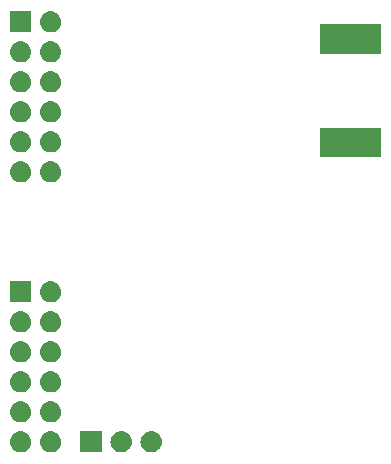
<source format=gbs>
G04 #@! TF.GenerationSoftware,KiCad,Pcbnew,(5.0.1-3-g963ef8bb5)*
G04 #@! TF.CreationDate,2018-11-23T10:32:16+01:00*
G04 #@! TF.ProjectId,DAC_ISL5857,4441435F49534C353835372E6B696361,A*
G04 #@! TF.SameCoordinates,Original*
G04 #@! TF.FileFunction,Soldermask,Bot*
G04 #@! TF.FilePolarity,Negative*
%FSLAX46Y46*%
G04 Gerber Fmt 4.6, Leading zero omitted, Abs format (unit mm)*
G04 Created by KiCad (PCBNEW (5.0.1-3-g963ef8bb5)) date Friday, 23 November 2018 at 10:32:16*
%MOMM*%
%LPD*%
G01*
G04 APERTURE LIST*
%ADD10C,0.100000*%
G04 APERTURE END LIST*
D10*
G36*
X142455362Y-118483545D02*
X142543588Y-118492234D01*
X142656789Y-118526573D01*
X142713390Y-118543743D01*
X142851980Y-118617822D01*
X142869879Y-118627389D01*
X142905609Y-118656712D01*
X143007044Y-118739956D01*
X143090288Y-118841391D01*
X143119611Y-118877121D01*
X143119612Y-118877123D01*
X143203257Y-119033610D01*
X143203257Y-119033611D01*
X143254766Y-119203412D01*
X143272158Y-119380000D01*
X143254766Y-119556588D01*
X143220427Y-119669789D01*
X143203257Y-119726390D01*
X143129178Y-119864980D01*
X143119611Y-119882879D01*
X143090288Y-119918609D01*
X143007044Y-120020044D01*
X142905609Y-120103288D01*
X142869879Y-120132611D01*
X142869877Y-120132612D01*
X142713390Y-120216257D01*
X142656789Y-120233427D01*
X142543588Y-120267766D01*
X142455362Y-120276455D01*
X142411250Y-120280800D01*
X142322750Y-120280800D01*
X142278638Y-120276455D01*
X142190412Y-120267766D01*
X142077211Y-120233427D01*
X142020610Y-120216257D01*
X141864123Y-120132612D01*
X141864121Y-120132611D01*
X141828391Y-120103288D01*
X141726956Y-120020044D01*
X141643712Y-119918609D01*
X141614389Y-119882879D01*
X141604822Y-119864980D01*
X141530743Y-119726390D01*
X141513573Y-119669789D01*
X141479234Y-119556588D01*
X141461842Y-119380000D01*
X141479234Y-119203412D01*
X141530743Y-119033611D01*
X141530743Y-119033610D01*
X141614388Y-118877123D01*
X141614389Y-118877121D01*
X141643712Y-118841391D01*
X141726956Y-118739956D01*
X141828391Y-118656712D01*
X141864121Y-118627389D01*
X141882020Y-118617822D01*
X142020610Y-118543743D01*
X142077211Y-118526573D01*
X142190412Y-118492234D01*
X142278638Y-118483545D01*
X142322750Y-118479200D01*
X142411250Y-118479200D01*
X142455362Y-118483545D01*
X142455362Y-118483545D01*
G37*
G36*
X139915362Y-118483545D02*
X140003588Y-118492234D01*
X140116789Y-118526573D01*
X140173390Y-118543743D01*
X140311980Y-118617822D01*
X140329879Y-118627389D01*
X140365609Y-118656712D01*
X140467044Y-118739956D01*
X140550288Y-118841391D01*
X140579611Y-118877121D01*
X140579612Y-118877123D01*
X140663257Y-119033610D01*
X140663257Y-119033611D01*
X140714766Y-119203412D01*
X140732158Y-119380000D01*
X140714766Y-119556588D01*
X140680427Y-119669789D01*
X140663257Y-119726390D01*
X140589178Y-119864980D01*
X140579611Y-119882879D01*
X140550288Y-119918609D01*
X140467044Y-120020044D01*
X140365609Y-120103288D01*
X140329879Y-120132611D01*
X140329877Y-120132612D01*
X140173390Y-120216257D01*
X140116789Y-120233427D01*
X140003588Y-120267766D01*
X139915362Y-120276455D01*
X139871250Y-120280800D01*
X139782750Y-120280800D01*
X139738638Y-120276455D01*
X139650412Y-120267766D01*
X139537211Y-120233427D01*
X139480610Y-120216257D01*
X139324123Y-120132612D01*
X139324121Y-120132611D01*
X139288391Y-120103288D01*
X139186956Y-120020044D01*
X139103712Y-119918609D01*
X139074389Y-119882879D01*
X139064822Y-119864980D01*
X138990743Y-119726390D01*
X138973573Y-119669789D01*
X138939234Y-119556588D01*
X138921842Y-119380000D01*
X138939234Y-119203412D01*
X138990743Y-119033611D01*
X138990743Y-119033610D01*
X139074388Y-118877123D01*
X139074389Y-118877121D01*
X139103712Y-118841391D01*
X139186956Y-118739956D01*
X139288391Y-118656712D01*
X139324121Y-118627389D01*
X139342020Y-118617822D01*
X139480610Y-118543743D01*
X139537211Y-118526573D01*
X139650412Y-118492234D01*
X139738638Y-118483545D01*
X139782750Y-118479200D01*
X139871250Y-118479200D01*
X139915362Y-118483545D01*
X139915362Y-118483545D01*
G37*
G36*
X138187800Y-120280800D02*
X136386200Y-120280800D01*
X136386200Y-118479200D01*
X138187800Y-118479200D01*
X138187800Y-120280800D01*
X138187800Y-120280800D01*
G37*
G36*
X133946362Y-118483545D02*
X134034588Y-118492234D01*
X134147789Y-118526573D01*
X134204390Y-118543743D01*
X134342980Y-118617822D01*
X134360879Y-118627389D01*
X134396609Y-118656712D01*
X134498044Y-118739956D01*
X134581288Y-118841391D01*
X134610611Y-118877121D01*
X134610612Y-118877123D01*
X134694257Y-119033610D01*
X134694257Y-119033611D01*
X134745766Y-119203412D01*
X134763158Y-119380000D01*
X134745766Y-119556588D01*
X134711427Y-119669789D01*
X134694257Y-119726390D01*
X134620178Y-119864980D01*
X134610611Y-119882879D01*
X134581288Y-119918609D01*
X134498044Y-120020044D01*
X134396609Y-120103288D01*
X134360879Y-120132611D01*
X134360877Y-120132612D01*
X134204390Y-120216257D01*
X134147789Y-120233427D01*
X134034588Y-120267766D01*
X133946362Y-120276455D01*
X133902250Y-120280800D01*
X133813750Y-120280800D01*
X133769638Y-120276455D01*
X133681412Y-120267766D01*
X133568211Y-120233427D01*
X133511610Y-120216257D01*
X133355123Y-120132612D01*
X133355121Y-120132611D01*
X133319391Y-120103288D01*
X133217956Y-120020044D01*
X133134712Y-119918609D01*
X133105389Y-119882879D01*
X133095822Y-119864980D01*
X133021743Y-119726390D01*
X133004573Y-119669789D01*
X132970234Y-119556588D01*
X132952842Y-119380000D01*
X132970234Y-119203412D01*
X133021743Y-119033611D01*
X133021743Y-119033610D01*
X133105388Y-118877123D01*
X133105389Y-118877121D01*
X133134712Y-118841391D01*
X133217956Y-118739956D01*
X133319391Y-118656712D01*
X133355121Y-118627389D01*
X133373020Y-118617822D01*
X133511610Y-118543743D01*
X133568211Y-118526573D01*
X133681412Y-118492234D01*
X133769638Y-118483545D01*
X133813750Y-118479200D01*
X133902250Y-118479200D01*
X133946362Y-118483545D01*
X133946362Y-118483545D01*
G37*
G36*
X131406362Y-118483545D02*
X131494588Y-118492234D01*
X131607789Y-118526573D01*
X131664390Y-118543743D01*
X131802980Y-118617822D01*
X131820879Y-118627389D01*
X131856609Y-118656712D01*
X131958044Y-118739956D01*
X132041288Y-118841391D01*
X132070611Y-118877121D01*
X132070612Y-118877123D01*
X132154257Y-119033610D01*
X132154257Y-119033611D01*
X132205766Y-119203412D01*
X132223158Y-119380000D01*
X132205766Y-119556588D01*
X132171427Y-119669789D01*
X132154257Y-119726390D01*
X132080178Y-119864980D01*
X132070611Y-119882879D01*
X132041288Y-119918609D01*
X131958044Y-120020044D01*
X131856609Y-120103288D01*
X131820879Y-120132611D01*
X131820877Y-120132612D01*
X131664390Y-120216257D01*
X131607789Y-120233427D01*
X131494588Y-120267766D01*
X131406362Y-120276455D01*
X131362250Y-120280800D01*
X131273750Y-120280800D01*
X131229638Y-120276455D01*
X131141412Y-120267766D01*
X131028211Y-120233427D01*
X130971610Y-120216257D01*
X130815123Y-120132612D01*
X130815121Y-120132611D01*
X130779391Y-120103288D01*
X130677956Y-120020044D01*
X130594712Y-119918609D01*
X130565389Y-119882879D01*
X130555822Y-119864980D01*
X130481743Y-119726390D01*
X130464573Y-119669789D01*
X130430234Y-119556588D01*
X130412842Y-119380000D01*
X130430234Y-119203412D01*
X130481743Y-119033611D01*
X130481743Y-119033610D01*
X130565388Y-118877123D01*
X130565389Y-118877121D01*
X130594712Y-118841391D01*
X130677956Y-118739956D01*
X130779391Y-118656712D01*
X130815121Y-118627389D01*
X130833020Y-118617822D01*
X130971610Y-118543743D01*
X131028211Y-118526573D01*
X131141412Y-118492234D01*
X131229638Y-118483545D01*
X131273750Y-118479200D01*
X131362250Y-118479200D01*
X131406362Y-118483545D01*
X131406362Y-118483545D01*
G37*
G36*
X133946362Y-115943545D02*
X134034588Y-115952234D01*
X134147789Y-115986573D01*
X134204390Y-116003743D01*
X134342980Y-116077822D01*
X134360879Y-116087389D01*
X134396609Y-116116712D01*
X134498044Y-116199956D01*
X134581288Y-116301391D01*
X134610611Y-116337121D01*
X134610612Y-116337123D01*
X134694257Y-116493610D01*
X134694257Y-116493611D01*
X134745766Y-116663412D01*
X134763158Y-116840000D01*
X134745766Y-117016588D01*
X134711427Y-117129789D01*
X134694257Y-117186390D01*
X134620178Y-117324980D01*
X134610611Y-117342879D01*
X134581288Y-117378609D01*
X134498044Y-117480044D01*
X134396609Y-117563288D01*
X134360879Y-117592611D01*
X134360877Y-117592612D01*
X134204390Y-117676257D01*
X134147789Y-117693427D01*
X134034588Y-117727766D01*
X133946362Y-117736455D01*
X133902250Y-117740800D01*
X133813750Y-117740800D01*
X133769638Y-117736455D01*
X133681412Y-117727766D01*
X133568211Y-117693427D01*
X133511610Y-117676257D01*
X133355123Y-117592612D01*
X133355121Y-117592611D01*
X133319391Y-117563288D01*
X133217956Y-117480044D01*
X133134712Y-117378609D01*
X133105389Y-117342879D01*
X133095822Y-117324980D01*
X133021743Y-117186390D01*
X133004573Y-117129789D01*
X132970234Y-117016588D01*
X132952842Y-116840000D01*
X132970234Y-116663412D01*
X133021743Y-116493611D01*
X133021743Y-116493610D01*
X133105388Y-116337123D01*
X133105389Y-116337121D01*
X133134712Y-116301391D01*
X133217956Y-116199956D01*
X133319391Y-116116712D01*
X133355121Y-116087389D01*
X133373020Y-116077822D01*
X133511610Y-116003743D01*
X133568211Y-115986573D01*
X133681412Y-115952234D01*
X133769638Y-115943545D01*
X133813750Y-115939200D01*
X133902250Y-115939200D01*
X133946362Y-115943545D01*
X133946362Y-115943545D01*
G37*
G36*
X131406362Y-115943545D02*
X131494588Y-115952234D01*
X131607789Y-115986573D01*
X131664390Y-116003743D01*
X131802980Y-116077822D01*
X131820879Y-116087389D01*
X131856609Y-116116712D01*
X131958044Y-116199956D01*
X132041288Y-116301391D01*
X132070611Y-116337121D01*
X132070612Y-116337123D01*
X132154257Y-116493610D01*
X132154257Y-116493611D01*
X132205766Y-116663412D01*
X132223158Y-116840000D01*
X132205766Y-117016588D01*
X132171427Y-117129789D01*
X132154257Y-117186390D01*
X132080178Y-117324980D01*
X132070611Y-117342879D01*
X132041288Y-117378609D01*
X131958044Y-117480044D01*
X131856609Y-117563288D01*
X131820879Y-117592611D01*
X131820877Y-117592612D01*
X131664390Y-117676257D01*
X131607789Y-117693427D01*
X131494588Y-117727766D01*
X131406362Y-117736455D01*
X131362250Y-117740800D01*
X131273750Y-117740800D01*
X131229638Y-117736455D01*
X131141412Y-117727766D01*
X131028211Y-117693427D01*
X130971610Y-117676257D01*
X130815123Y-117592612D01*
X130815121Y-117592611D01*
X130779391Y-117563288D01*
X130677956Y-117480044D01*
X130594712Y-117378609D01*
X130565389Y-117342879D01*
X130555822Y-117324980D01*
X130481743Y-117186390D01*
X130464573Y-117129789D01*
X130430234Y-117016588D01*
X130412842Y-116840000D01*
X130430234Y-116663412D01*
X130481743Y-116493611D01*
X130481743Y-116493610D01*
X130565388Y-116337123D01*
X130565389Y-116337121D01*
X130594712Y-116301391D01*
X130677956Y-116199956D01*
X130779391Y-116116712D01*
X130815121Y-116087389D01*
X130833020Y-116077822D01*
X130971610Y-116003743D01*
X131028211Y-115986573D01*
X131141412Y-115952234D01*
X131229638Y-115943545D01*
X131273750Y-115939200D01*
X131362250Y-115939200D01*
X131406362Y-115943545D01*
X131406362Y-115943545D01*
G37*
G36*
X133946362Y-113403545D02*
X134034588Y-113412234D01*
X134147789Y-113446573D01*
X134204390Y-113463743D01*
X134342980Y-113537822D01*
X134360879Y-113547389D01*
X134396609Y-113576712D01*
X134498044Y-113659956D01*
X134581288Y-113761391D01*
X134610611Y-113797121D01*
X134610612Y-113797123D01*
X134694257Y-113953610D01*
X134694257Y-113953611D01*
X134745766Y-114123412D01*
X134763158Y-114300000D01*
X134745766Y-114476588D01*
X134711427Y-114589789D01*
X134694257Y-114646390D01*
X134620178Y-114784980D01*
X134610611Y-114802879D01*
X134581288Y-114838609D01*
X134498044Y-114940044D01*
X134396609Y-115023288D01*
X134360879Y-115052611D01*
X134360877Y-115052612D01*
X134204390Y-115136257D01*
X134147789Y-115153427D01*
X134034588Y-115187766D01*
X133946362Y-115196455D01*
X133902250Y-115200800D01*
X133813750Y-115200800D01*
X133769638Y-115196455D01*
X133681412Y-115187766D01*
X133568211Y-115153427D01*
X133511610Y-115136257D01*
X133355123Y-115052612D01*
X133355121Y-115052611D01*
X133319391Y-115023288D01*
X133217956Y-114940044D01*
X133134712Y-114838609D01*
X133105389Y-114802879D01*
X133095822Y-114784980D01*
X133021743Y-114646390D01*
X133004573Y-114589789D01*
X132970234Y-114476588D01*
X132952842Y-114300000D01*
X132970234Y-114123412D01*
X133021743Y-113953611D01*
X133021743Y-113953610D01*
X133105388Y-113797123D01*
X133105389Y-113797121D01*
X133134712Y-113761391D01*
X133217956Y-113659956D01*
X133319391Y-113576712D01*
X133355121Y-113547389D01*
X133373020Y-113537822D01*
X133511610Y-113463743D01*
X133568211Y-113446573D01*
X133681412Y-113412234D01*
X133769638Y-113403545D01*
X133813750Y-113399200D01*
X133902250Y-113399200D01*
X133946362Y-113403545D01*
X133946362Y-113403545D01*
G37*
G36*
X131406362Y-113403545D02*
X131494588Y-113412234D01*
X131607789Y-113446573D01*
X131664390Y-113463743D01*
X131802980Y-113537822D01*
X131820879Y-113547389D01*
X131856609Y-113576712D01*
X131958044Y-113659956D01*
X132041288Y-113761391D01*
X132070611Y-113797121D01*
X132070612Y-113797123D01*
X132154257Y-113953610D01*
X132154257Y-113953611D01*
X132205766Y-114123412D01*
X132223158Y-114300000D01*
X132205766Y-114476588D01*
X132171427Y-114589789D01*
X132154257Y-114646390D01*
X132080178Y-114784980D01*
X132070611Y-114802879D01*
X132041288Y-114838609D01*
X131958044Y-114940044D01*
X131856609Y-115023288D01*
X131820879Y-115052611D01*
X131820877Y-115052612D01*
X131664390Y-115136257D01*
X131607789Y-115153427D01*
X131494588Y-115187766D01*
X131406362Y-115196455D01*
X131362250Y-115200800D01*
X131273750Y-115200800D01*
X131229638Y-115196455D01*
X131141412Y-115187766D01*
X131028211Y-115153427D01*
X130971610Y-115136257D01*
X130815123Y-115052612D01*
X130815121Y-115052611D01*
X130779391Y-115023288D01*
X130677956Y-114940044D01*
X130594712Y-114838609D01*
X130565389Y-114802879D01*
X130555822Y-114784980D01*
X130481743Y-114646390D01*
X130464573Y-114589789D01*
X130430234Y-114476588D01*
X130412842Y-114300000D01*
X130430234Y-114123412D01*
X130481743Y-113953611D01*
X130481743Y-113953610D01*
X130565388Y-113797123D01*
X130565389Y-113797121D01*
X130594712Y-113761391D01*
X130677956Y-113659956D01*
X130779391Y-113576712D01*
X130815121Y-113547389D01*
X130833020Y-113537822D01*
X130971610Y-113463743D01*
X131028211Y-113446573D01*
X131141412Y-113412234D01*
X131229638Y-113403545D01*
X131273750Y-113399200D01*
X131362250Y-113399200D01*
X131406362Y-113403545D01*
X131406362Y-113403545D01*
G37*
G36*
X131406362Y-110863545D02*
X131494588Y-110872234D01*
X131607789Y-110906573D01*
X131664390Y-110923743D01*
X131802980Y-110997822D01*
X131820879Y-111007389D01*
X131856609Y-111036712D01*
X131958044Y-111119956D01*
X132041288Y-111221391D01*
X132070611Y-111257121D01*
X132070612Y-111257123D01*
X132154257Y-111413610D01*
X132154257Y-111413611D01*
X132205766Y-111583412D01*
X132223158Y-111760000D01*
X132205766Y-111936588D01*
X132171427Y-112049789D01*
X132154257Y-112106390D01*
X132080178Y-112244980D01*
X132070611Y-112262879D01*
X132041288Y-112298609D01*
X131958044Y-112400044D01*
X131856609Y-112483288D01*
X131820879Y-112512611D01*
X131820877Y-112512612D01*
X131664390Y-112596257D01*
X131607789Y-112613427D01*
X131494588Y-112647766D01*
X131406362Y-112656455D01*
X131362250Y-112660800D01*
X131273750Y-112660800D01*
X131229638Y-112656455D01*
X131141412Y-112647766D01*
X131028211Y-112613427D01*
X130971610Y-112596257D01*
X130815123Y-112512612D01*
X130815121Y-112512611D01*
X130779391Y-112483288D01*
X130677956Y-112400044D01*
X130594712Y-112298609D01*
X130565389Y-112262879D01*
X130555822Y-112244980D01*
X130481743Y-112106390D01*
X130464573Y-112049789D01*
X130430234Y-111936588D01*
X130412842Y-111760000D01*
X130430234Y-111583412D01*
X130481743Y-111413611D01*
X130481743Y-111413610D01*
X130565388Y-111257123D01*
X130565389Y-111257121D01*
X130594712Y-111221391D01*
X130677956Y-111119956D01*
X130779391Y-111036712D01*
X130815121Y-111007389D01*
X130833020Y-110997822D01*
X130971610Y-110923743D01*
X131028211Y-110906573D01*
X131141412Y-110872234D01*
X131229638Y-110863545D01*
X131273750Y-110859200D01*
X131362250Y-110859200D01*
X131406362Y-110863545D01*
X131406362Y-110863545D01*
G37*
G36*
X133946362Y-110863545D02*
X134034588Y-110872234D01*
X134147789Y-110906573D01*
X134204390Y-110923743D01*
X134342980Y-110997822D01*
X134360879Y-111007389D01*
X134396609Y-111036712D01*
X134498044Y-111119956D01*
X134581288Y-111221391D01*
X134610611Y-111257121D01*
X134610612Y-111257123D01*
X134694257Y-111413610D01*
X134694257Y-111413611D01*
X134745766Y-111583412D01*
X134763158Y-111760000D01*
X134745766Y-111936588D01*
X134711427Y-112049789D01*
X134694257Y-112106390D01*
X134620178Y-112244980D01*
X134610611Y-112262879D01*
X134581288Y-112298609D01*
X134498044Y-112400044D01*
X134396609Y-112483288D01*
X134360879Y-112512611D01*
X134360877Y-112512612D01*
X134204390Y-112596257D01*
X134147789Y-112613427D01*
X134034588Y-112647766D01*
X133946362Y-112656455D01*
X133902250Y-112660800D01*
X133813750Y-112660800D01*
X133769638Y-112656455D01*
X133681412Y-112647766D01*
X133568211Y-112613427D01*
X133511610Y-112596257D01*
X133355123Y-112512612D01*
X133355121Y-112512611D01*
X133319391Y-112483288D01*
X133217956Y-112400044D01*
X133134712Y-112298609D01*
X133105389Y-112262879D01*
X133095822Y-112244980D01*
X133021743Y-112106390D01*
X133004573Y-112049789D01*
X132970234Y-111936588D01*
X132952842Y-111760000D01*
X132970234Y-111583412D01*
X133021743Y-111413611D01*
X133021743Y-111413610D01*
X133105388Y-111257123D01*
X133105389Y-111257121D01*
X133134712Y-111221391D01*
X133217956Y-111119956D01*
X133319391Y-111036712D01*
X133355121Y-111007389D01*
X133373020Y-110997822D01*
X133511610Y-110923743D01*
X133568211Y-110906573D01*
X133681412Y-110872234D01*
X133769638Y-110863545D01*
X133813750Y-110859200D01*
X133902250Y-110859200D01*
X133946362Y-110863545D01*
X133946362Y-110863545D01*
G37*
G36*
X133946362Y-108323545D02*
X134034588Y-108332234D01*
X134147789Y-108366573D01*
X134204390Y-108383743D01*
X134342980Y-108457822D01*
X134360879Y-108467389D01*
X134396609Y-108496712D01*
X134498044Y-108579956D01*
X134581288Y-108681391D01*
X134610611Y-108717121D01*
X134610612Y-108717123D01*
X134694257Y-108873610D01*
X134694257Y-108873611D01*
X134745766Y-109043412D01*
X134763158Y-109220000D01*
X134745766Y-109396588D01*
X134711427Y-109509789D01*
X134694257Y-109566390D01*
X134620178Y-109704980D01*
X134610611Y-109722879D01*
X134581288Y-109758609D01*
X134498044Y-109860044D01*
X134396609Y-109943288D01*
X134360879Y-109972611D01*
X134360877Y-109972612D01*
X134204390Y-110056257D01*
X134147789Y-110073427D01*
X134034588Y-110107766D01*
X133946362Y-110116455D01*
X133902250Y-110120800D01*
X133813750Y-110120800D01*
X133769638Y-110116455D01*
X133681412Y-110107766D01*
X133568211Y-110073427D01*
X133511610Y-110056257D01*
X133355123Y-109972612D01*
X133355121Y-109972611D01*
X133319391Y-109943288D01*
X133217956Y-109860044D01*
X133134712Y-109758609D01*
X133105389Y-109722879D01*
X133095822Y-109704980D01*
X133021743Y-109566390D01*
X133004573Y-109509789D01*
X132970234Y-109396588D01*
X132952842Y-109220000D01*
X132970234Y-109043412D01*
X133021743Y-108873611D01*
X133021743Y-108873610D01*
X133105388Y-108717123D01*
X133105389Y-108717121D01*
X133134712Y-108681391D01*
X133217956Y-108579956D01*
X133319391Y-108496712D01*
X133355121Y-108467389D01*
X133373020Y-108457822D01*
X133511610Y-108383743D01*
X133568211Y-108366573D01*
X133681412Y-108332234D01*
X133769638Y-108323545D01*
X133813750Y-108319200D01*
X133902250Y-108319200D01*
X133946362Y-108323545D01*
X133946362Y-108323545D01*
G37*
G36*
X131406362Y-108323545D02*
X131494588Y-108332234D01*
X131607789Y-108366573D01*
X131664390Y-108383743D01*
X131802980Y-108457822D01*
X131820879Y-108467389D01*
X131856609Y-108496712D01*
X131958044Y-108579956D01*
X132041288Y-108681391D01*
X132070611Y-108717121D01*
X132070612Y-108717123D01*
X132154257Y-108873610D01*
X132154257Y-108873611D01*
X132205766Y-109043412D01*
X132223158Y-109220000D01*
X132205766Y-109396588D01*
X132171427Y-109509789D01*
X132154257Y-109566390D01*
X132080178Y-109704980D01*
X132070611Y-109722879D01*
X132041288Y-109758609D01*
X131958044Y-109860044D01*
X131856609Y-109943288D01*
X131820879Y-109972611D01*
X131820877Y-109972612D01*
X131664390Y-110056257D01*
X131607789Y-110073427D01*
X131494588Y-110107766D01*
X131406362Y-110116455D01*
X131362250Y-110120800D01*
X131273750Y-110120800D01*
X131229638Y-110116455D01*
X131141412Y-110107766D01*
X131028211Y-110073427D01*
X130971610Y-110056257D01*
X130815123Y-109972612D01*
X130815121Y-109972611D01*
X130779391Y-109943288D01*
X130677956Y-109860044D01*
X130594712Y-109758609D01*
X130565389Y-109722879D01*
X130555822Y-109704980D01*
X130481743Y-109566390D01*
X130464573Y-109509789D01*
X130430234Y-109396588D01*
X130412842Y-109220000D01*
X130430234Y-109043412D01*
X130481743Y-108873611D01*
X130481743Y-108873610D01*
X130565388Y-108717123D01*
X130565389Y-108717121D01*
X130594712Y-108681391D01*
X130677956Y-108579956D01*
X130779391Y-108496712D01*
X130815121Y-108467389D01*
X130833020Y-108457822D01*
X130971610Y-108383743D01*
X131028211Y-108366573D01*
X131141412Y-108332234D01*
X131229638Y-108323545D01*
X131273750Y-108319200D01*
X131362250Y-108319200D01*
X131406362Y-108323545D01*
X131406362Y-108323545D01*
G37*
G36*
X133946362Y-105783545D02*
X134034588Y-105792234D01*
X134147789Y-105826573D01*
X134204390Y-105843743D01*
X134342980Y-105917822D01*
X134360879Y-105927389D01*
X134396609Y-105956712D01*
X134498044Y-106039956D01*
X134581288Y-106141391D01*
X134610611Y-106177121D01*
X134610612Y-106177123D01*
X134694257Y-106333610D01*
X134694257Y-106333611D01*
X134745766Y-106503412D01*
X134763158Y-106680000D01*
X134745766Y-106856588D01*
X134711427Y-106969789D01*
X134694257Y-107026390D01*
X134620178Y-107164980D01*
X134610611Y-107182879D01*
X134581288Y-107218609D01*
X134498044Y-107320044D01*
X134396609Y-107403288D01*
X134360879Y-107432611D01*
X134360877Y-107432612D01*
X134204390Y-107516257D01*
X134147789Y-107533427D01*
X134034588Y-107567766D01*
X133946362Y-107576455D01*
X133902250Y-107580800D01*
X133813750Y-107580800D01*
X133769638Y-107576455D01*
X133681412Y-107567766D01*
X133568211Y-107533427D01*
X133511610Y-107516257D01*
X133355123Y-107432612D01*
X133355121Y-107432611D01*
X133319391Y-107403288D01*
X133217956Y-107320044D01*
X133134712Y-107218609D01*
X133105389Y-107182879D01*
X133095822Y-107164980D01*
X133021743Y-107026390D01*
X133004573Y-106969789D01*
X132970234Y-106856588D01*
X132952842Y-106680000D01*
X132970234Y-106503412D01*
X133021743Y-106333611D01*
X133021743Y-106333610D01*
X133105388Y-106177123D01*
X133105389Y-106177121D01*
X133134712Y-106141391D01*
X133217956Y-106039956D01*
X133319391Y-105956712D01*
X133355121Y-105927389D01*
X133373020Y-105917822D01*
X133511610Y-105843743D01*
X133568211Y-105826573D01*
X133681412Y-105792234D01*
X133769638Y-105783545D01*
X133813750Y-105779200D01*
X133902250Y-105779200D01*
X133946362Y-105783545D01*
X133946362Y-105783545D01*
G37*
G36*
X132218800Y-107580800D02*
X130417200Y-107580800D01*
X130417200Y-105779200D01*
X132218800Y-105779200D01*
X132218800Y-107580800D01*
X132218800Y-107580800D01*
G37*
G36*
X133946362Y-95623545D02*
X134034588Y-95632234D01*
X134147789Y-95666573D01*
X134204390Y-95683743D01*
X134342980Y-95757822D01*
X134360879Y-95767389D01*
X134396609Y-95796712D01*
X134498044Y-95879956D01*
X134581288Y-95981391D01*
X134610611Y-96017121D01*
X134610612Y-96017123D01*
X134694257Y-96173610D01*
X134694257Y-96173611D01*
X134745766Y-96343412D01*
X134763158Y-96520000D01*
X134745766Y-96696588D01*
X134711427Y-96809789D01*
X134694257Y-96866390D01*
X134620178Y-97004980D01*
X134610611Y-97022879D01*
X134581288Y-97058609D01*
X134498044Y-97160044D01*
X134396609Y-97243288D01*
X134360879Y-97272611D01*
X134360877Y-97272612D01*
X134204390Y-97356257D01*
X134147789Y-97373427D01*
X134034588Y-97407766D01*
X133946362Y-97416455D01*
X133902250Y-97420800D01*
X133813750Y-97420800D01*
X133769638Y-97416455D01*
X133681412Y-97407766D01*
X133568211Y-97373427D01*
X133511610Y-97356257D01*
X133355123Y-97272612D01*
X133355121Y-97272611D01*
X133319391Y-97243288D01*
X133217956Y-97160044D01*
X133134712Y-97058609D01*
X133105389Y-97022879D01*
X133095822Y-97004980D01*
X133021743Y-96866390D01*
X133004573Y-96809789D01*
X132970234Y-96696588D01*
X132952842Y-96520000D01*
X132970234Y-96343412D01*
X133021743Y-96173611D01*
X133021743Y-96173610D01*
X133105388Y-96017123D01*
X133105389Y-96017121D01*
X133134712Y-95981391D01*
X133217956Y-95879956D01*
X133319391Y-95796712D01*
X133355121Y-95767389D01*
X133373020Y-95757822D01*
X133511610Y-95683743D01*
X133568211Y-95666573D01*
X133681412Y-95632234D01*
X133769638Y-95623545D01*
X133813750Y-95619200D01*
X133902250Y-95619200D01*
X133946362Y-95623545D01*
X133946362Y-95623545D01*
G37*
G36*
X131406362Y-95623545D02*
X131494588Y-95632234D01*
X131607789Y-95666573D01*
X131664390Y-95683743D01*
X131802980Y-95757822D01*
X131820879Y-95767389D01*
X131856609Y-95796712D01*
X131958044Y-95879956D01*
X132041288Y-95981391D01*
X132070611Y-96017121D01*
X132070612Y-96017123D01*
X132154257Y-96173610D01*
X132154257Y-96173611D01*
X132205766Y-96343412D01*
X132223158Y-96520000D01*
X132205766Y-96696588D01*
X132171427Y-96809789D01*
X132154257Y-96866390D01*
X132080178Y-97004980D01*
X132070611Y-97022879D01*
X132041288Y-97058609D01*
X131958044Y-97160044D01*
X131856609Y-97243288D01*
X131820879Y-97272611D01*
X131820877Y-97272612D01*
X131664390Y-97356257D01*
X131607789Y-97373427D01*
X131494588Y-97407766D01*
X131406362Y-97416455D01*
X131362250Y-97420800D01*
X131273750Y-97420800D01*
X131229638Y-97416455D01*
X131141412Y-97407766D01*
X131028211Y-97373427D01*
X130971610Y-97356257D01*
X130815123Y-97272612D01*
X130815121Y-97272611D01*
X130779391Y-97243288D01*
X130677956Y-97160044D01*
X130594712Y-97058609D01*
X130565389Y-97022879D01*
X130555822Y-97004980D01*
X130481743Y-96866390D01*
X130464573Y-96809789D01*
X130430234Y-96696588D01*
X130412842Y-96520000D01*
X130430234Y-96343412D01*
X130481743Y-96173611D01*
X130481743Y-96173610D01*
X130565388Y-96017123D01*
X130565389Y-96017121D01*
X130594712Y-95981391D01*
X130677956Y-95879956D01*
X130779391Y-95796712D01*
X130815121Y-95767389D01*
X130833020Y-95757822D01*
X130971610Y-95683743D01*
X131028211Y-95666573D01*
X131141412Y-95632234D01*
X131229638Y-95623545D01*
X131273750Y-95619200D01*
X131362250Y-95619200D01*
X131406362Y-95623545D01*
X131406362Y-95623545D01*
G37*
G36*
X161860800Y-95300800D02*
X156679200Y-95300800D01*
X156679200Y-92779200D01*
X161860800Y-92779200D01*
X161860800Y-95300800D01*
X161860800Y-95300800D01*
G37*
G36*
X133946362Y-93083545D02*
X134034588Y-93092234D01*
X134147789Y-93126573D01*
X134204390Y-93143743D01*
X134342980Y-93217822D01*
X134360879Y-93227389D01*
X134396609Y-93256712D01*
X134498044Y-93339956D01*
X134581288Y-93441391D01*
X134610611Y-93477121D01*
X134610612Y-93477123D01*
X134694257Y-93633610D01*
X134694257Y-93633611D01*
X134745766Y-93803412D01*
X134763158Y-93980000D01*
X134745766Y-94156588D01*
X134711427Y-94269789D01*
X134694257Y-94326390D01*
X134620178Y-94464980D01*
X134610611Y-94482879D01*
X134581288Y-94518609D01*
X134498044Y-94620044D01*
X134396609Y-94703288D01*
X134360879Y-94732611D01*
X134360877Y-94732612D01*
X134204390Y-94816257D01*
X134147789Y-94833427D01*
X134034588Y-94867766D01*
X133946362Y-94876455D01*
X133902250Y-94880800D01*
X133813750Y-94880800D01*
X133769638Y-94876455D01*
X133681412Y-94867766D01*
X133568211Y-94833427D01*
X133511610Y-94816257D01*
X133355123Y-94732612D01*
X133355121Y-94732611D01*
X133319391Y-94703288D01*
X133217956Y-94620044D01*
X133134712Y-94518609D01*
X133105389Y-94482879D01*
X133095822Y-94464980D01*
X133021743Y-94326390D01*
X133004573Y-94269789D01*
X132970234Y-94156588D01*
X132952842Y-93980000D01*
X132970234Y-93803412D01*
X133021743Y-93633611D01*
X133021743Y-93633610D01*
X133105388Y-93477123D01*
X133105389Y-93477121D01*
X133134712Y-93441391D01*
X133217956Y-93339956D01*
X133319391Y-93256712D01*
X133355121Y-93227389D01*
X133373020Y-93217822D01*
X133511610Y-93143743D01*
X133568211Y-93126573D01*
X133681412Y-93092234D01*
X133769638Y-93083545D01*
X133813750Y-93079200D01*
X133902250Y-93079200D01*
X133946362Y-93083545D01*
X133946362Y-93083545D01*
G37*
G36*
X131406362Y-93083545D02*
X131494588Y-93092234D01*
X131607789Y-93126573D01*
X131664390Y-93143743D01*
X131802980Y-93217822D01*
X131820879Y-93227389D01*
X131856609Y-93256712D01*
X131958044Y-93339956D01*
X132041288Y-93441391D01*
X132070611Y-93477121D01*
X132070612Y-93477123D01*
X132154257Y-93633610D01*
X132154257Y-93633611D01*
X132205766Y-93803412D01*
X132223158Y-93980000D01*
X132205766Y-94156588D01*
X132171427Y-94269789D01*
X132154257Y-94326390D01*
X132080178Y-94464980D01*
X132070611Y-94482879D01*
X132041288Y-94518609D01*
X131958044Y-94620044D01*
X131856609Y-94703288D01*
X131820879Y-94732611D01*
X131820877Y-94732612D01*
X131664390Y-94816257D01*
X131607789Y-94833427D01*
X131494588Y-94867766D01*
X131406362Y-94876455D01*
X131362250Y-94880800D01*
X131273750Y-94880800D01*
X131229638Y-94876455D01*
X131141412Y-94867766D01*
X131028211Y-94833427D01*
X130971610Y-94816257D01*
X130815123Y-94732612D01*
X130815121Y-94732611D01*
X130779391Y-94703288D01*
X130677956Y-94620044D01*
X130594712Y-94518609D01*
X130565389Y-94482879D01*
X130555822Y-94464980D01*
X130481743Y-94326390D01*
X130464573Y-94269789D01*
X130430234Y-94156588D01*
X130412842Y-93980000D01*
X130430234Y-93803412D01*
X130481743Y-93633611D01*
X130481743Y-93633610D01*
X130565388Y-93477123D01*
X130565389Y-93477121D01*
X130594712Y-93441391D01*
X130677956Y-93339956D01*
X130779391Y-93256712D01*
X130815121Y-93227389D01*
X130833020Y-93217822D01*
X130971610Y-93143743D01*
X131028211Y-93126573D01*
X131141412Y-93092234D01*
X131229638Y-93083545D01*
X131273750Y-93079200D01*
X131362250Y-93079200D01*
X131406362Y-93083545D01*
X131406362Y-93083545D01*
G37*
G36*
X131406362Y-90543545D02*
X131494588Y-90552234D01*
X131607789Y-90586573D01*
X131664390Y-90603743D01*
X131802980Y-90677822D01*
X131820879Y-90687389D01*
X131856609Y-90716712D01*
X131958044Y-90799956D01*
X132041288Y-90901391D01*
X132070611Y-90937121D01*
X132070612Y-90937123D01*
X132154257Y-91093610D01*
X132154257Y-91093611D01*
X132205766Y-91263412D01*
X132223158Y-91440000D01*
X132205766Y-91616588D01*
X132171427Y-91729789D01*
X132154257Y-91786390D01*
X132080178Y-91924980D01*
X132070611Y-91942879D01*
X132041288Y-91978609D01*
X131958044Y-92080044D01*
X131856609Y-92163288D01*
X131820879Y-92192611D01*
X131820877Y-92192612D01*
X131664390Y-92276257D01*
X131607789Y-92293427D01*
X131494588Y-92327766D01*
X131406362Y-92336455D01*
X131362250Y-92340800D01*
X131273750Y-92340800D01*
X131229638Y-92336455D01*
X131141412Y-92327766D01*
X131028211Y-92293427D01*
X130971610Y-92276257D01*
X130815123Y-92192612D01*
X130815121Y-92192611D01*
X130779391Y-92163288D01*
X130677956Y-92080044D01*
X130594712Y-91978609D01*
X130565389Y-91942879D01*
X130555822Y-91924980D01*
X130481743Y-91786390D01*
X130464573Y-91729789D01*
X130430234Y-91616588D01*
X130412842Y-91440000D01*
X130430234Y-91263412D01*
X130481743Y-91093611D01*
X130481743Y-91093610D01*
X130565388Y-90937123D01*
X130565389Y-90937121D01*
X130594712Y-90901391D01*
X130677956Y-90799956D01*
X130779391Y-90716712D01*
X130815121Y-90687389D01*
X130833020Y-90677822D01*
X130971610Y-90603743D01*
X131028211Y-90586573D01*
X131141412Y-90552234D01*
X131229638Y-90543545D01*
X131273750Y-90539200D01*
X131362250Y-90539200D01*
X131406362Y-90543545D01*
X131406362Y-90543545D01*
G37*
G36*
X133946362Y-90543545D02*
X134034588Y-90552234D01*
X134147789Y-90586573D01*
X134204390Y-90603743D01*
X134342980Y-90677822D01*
X134360879Y-90687389D01*
X134396609Y-90716712D01*
X134498044Y-90799956D01*
X134581288Y-90901391D01*
X134610611Y-90937121D01*
X134610612Y-90937123D01*
X134694257Y-91093610D01*
X134694257Y-91093611D01*
X134745766Y-91263412D01*
X134763158Y-91440000D01*
X134745766Y-91616588D01*
X134711427Y-91729789D01*
X134694257Y-91786390D01*
X134620178Y-91924980D01*
X134610611Y-91942879D01*
X134581288Y-91978609D01*
X134498044Y-92080044D01*
X134396609Y-92163288D01*
X134360879Y-92192611D01*
X134360877Y-92192612D01*
X134204390Y-92276257D01*
X134147789Y-92293427D01*
X134034588Y-92327766D01*
X133946362Y-92336455D01*
X133902250Y-92340800D01*
X133813750Y-92340800D01*
X133769638Y-92336455D01*
X133681412Y-92327766D01*
X133568211Y-92293427D01*
X133511610Y-92276257D01*
X133355123Y-92192612D01*
X133355121Y-92192611D01*
X133319391Y-92163288D01*
X133217956Y-92080044D01*
X133134712Y-91978609D01*
X133105389Y-91942879D01*
X133095822Y-91924980D01*
X133021743Y-91786390D01*
X133004573Y-91729789D01*
X132970234Y-91616588D01*
X132952842Y-91440000D01*
X132970234Y-91263412D01*
X133021743Y-91093611D01*
X133021743Y-91093610D01*
X133105388Y-90937123D01*
X133105389Y-90937121D01*
X133134712Y-90901391D01*
X133217956Y-90799956D01*
X133319391Y-90716712D01*
X133355121Y-90687389D01*
X133373020Y-90677822D01*
X133511610Y-90603743D01*
X133568211Y-90586573D01*
X133681412Y-90552234D01*
X133769638Y-90543545D01*
X133813750Y-90539200D01*
X133902250Y-90539200D01*
X133946362Y-90543545D01*
X133946362Y-90543545D01*
G37*
G36*
X133946362Y-88003545D02*
X134034588Y-88012234D01*
X134147789Y-88046573D01*
X134204390Y-88063743D01*
X134342980Y-88137822D01*
X134360879Y-88147389D01*
X134396609Y-88176712D01*
X134498044Y-88259956D01*
X134581288Y-88361391D01*
X134610611Y-88397121D01*
X134610612Y-88397123D01*
X134694257Y-88553610D01*
X134694257Y-88553611D01*
X134745766Y-88723412D01*
X134763158Y-88900000D01*
X134745766Y-89076588D01*
X134711427Y-89189789D01*
X134694257Y-89246390D01*
X134620178Y-89384980D01*
X134610611Y-89402879D01*
X134581288Y-89438609D01*
X134498044Y-89540044D01*
X134396609Y-89623288D01*
X134360879Y-89652611D01*
X134360877Y-89652612D01*
X134204390Y-89736257D01*
X134147789Y-89753427D01*
X134034588Y-89787766D01*
X133946362Y-89796455D01*
X133902250Y-89800800D01*
X133813750Y-89800800D01*
X133769638Y-89796455D01*
X133681412Y-89787766D01*
X133568211Y-89753427D01*
X133511610Y-89736257D01*
X133355123Y-89652612D01*
X133355121Y-89652611D01*
X133319391Y-89623288D01*
X133217956Y-89540044D01*
X133134712Y-89438609D01*
X133105389Y-89402879D01*
X133095822Y-89384980D01*
X133021743Y-89246390D01*
X133004573Y-89189789D01*
X132970234Y-89076588D01*
X132952842Y-88900000D01*
X132970234Y-88723412D01*
X133021743Y-88553611D01*
X133021743Y-88553610D01*
X133105388Y-88397123D01*
X133105389Y-88397121D01*
X133134712Y-88361391D01*
X133217956Y-88259956D01*
X133319391Y-88176712D01*
X133355121Y-88147389D01*
X133373020Y-88137822D01*
X133511610Y-88063743D01*
X133568211Y-88046573D01*
X133681412Y-88012234D01*
X133769638Y-88003545D01*
X133813750Y-87999200D01*
X133902250Y-87999200D01*
X133946362Y-88003545D01*
X133946362Y-88003545D01*
G37*
G36*
X131406362Y-88003545D02*
X131494588Y-88012234D01*
X131607789Y-88046573D01*
X131664390Y-88063743D01*
X131802980Y-88137822D01*
X131820879Y-88147389D01*
X131856609Y-88176712D01*
X131958044Y-88259956D01*
X132041288Y-88361391D01*
X132070611Y-88397121D01*
X132070612Y-88397123D01*
X132154257Y-88553610D01*
X132154257Y-88553611D01*
X132205766Y-88723412D01*
X132223158Y-88900000D01*
X132205766Y-89076588D01*
X132171427Y-89189789D01*
X132154257Y-89246390D01*
X132080178Y-89384980D01*
X132070611Y-89402879D01*
X132041288Y-89438609D01*
X131958044Y-89540044D01*
X131856609Y-89623288D01*
X131820879Y-89652611D01*
X131820877Y-89652612D01*
X131664390Y-89736257D01*
X131607789Y-89753427D01*
X131494588Y-89787766D01*
X131406362Y-89796455D01*
X131362250Y-89800800D01*
X131273750Y-89800800D01*
X131229638Y-89796455D01*
X131141412Y-89787766D01*
X131028211Y-89753427D01*
X130971610Y-89736257D01*
X130815123Y-89652612D01*
X130815121Y-89652611D01*
X130779391Y-89623288D01*
X130677956Y-89540044D01*
X130594712Y-89438609D01*
X130565389Y-89402879D01*
X130555822Y-89384980D01*
X130481743Y-89246390D01*
X130464573Y-89189789D01*
X130430234Y-89076588D01*
X130412842Y-88900000D01*
X130430234Y-88723412D01*
X130481743Y-88553611D01*
X130481743Y-88553610D01*
X130565388Y-88397123D01*
X130565389Y-88397121D01*
X130594712Y-88361391D01*
X130677956Y-88259956D01*
X130779391Y-88176712D01*
X130815121Y-88147389D01*
X130833020Y-88137822D01*
X130971610Y-88063743D01*
X131028211Y-88046573D01*
X131141412Y-88012234D01*
X131229638Y-88003545D01*
X131273750Y-87999200D01*
X131362250Y-87999200D01*
X131406362Y-88003545D01*
X131406362Y-88003545D01*
G37*
G36*
X133946362Y-85463545D02*
X134034588Y-85472234D01*
X134147789Y-85506573D01*
X134204390Y-85523743D01*
X134342980Y-85597822D01*
X134360879Y-85607389D01*
X134396609Y-85636712D01*
X134498044Y-85719956D01*
X134581288Y-85821391D01*
X134610611Y-85857121D01*
X134610612Y-85857123D01*
X134694257Y-86013610D01*
X134694257Y-86013611D01*
X134745766Y-86183412D01*
X134763158Y-86360000D01*
X134745766Y-86536588D01*
X134744488Y-86540800D01*
X134694257Y-86706390D01*
X134620178Y-86844980D01*
X134610611Y-86862879D01*
X134581288Y-86898609D01*
X134498044Y-87000044D01*
X134396609Y-87083288D01*
X134360879Y-87112611D01*
X134360877Y-87112612D01*
X134204390Y-87196257D01*
X134147789Y-87213427D01*
X134034588Y-87247766D01*
X133946362Y-87256455D01*
X133902250Y-87260800D01*
X133813750Y-87260800D01*
X133769638Y-87256455D01*
X133681412Y-87247766D01*
X133568211Y-87213427D01*
X133511610Y-87196257D01*
X133355123Y-87112612D01*
X133355121Y-87112611D01*
X133319391Y-87083288D01*
X133217956Y-87000044D01*
X133134712Y-86898609D01*
X133105389Y-86862879D01*
X133095822Y-86844980D01*
X133021743Y-86706390D01*
X132971512Y-86540800D01*
X132970234Y-86536588D01*
X132952842Y-86360000D01*
X132970234Y-86183412D01*
X133021743Y-86013611D01*
X133021743Y-86013610D01*
X133105388Y-85857123D01*
X133105389Y-85857121D01*
X133134712Y-85821391D01*
X133217956Y-85719956D01*
X133319391Y-85636712D01*
X133355121Y-85607389D01*
X133373020Y-85597822D01*
X133511610Y-85523743D01*
X133568211Y-85506573D01*
X133681412Y-85472234D01*
X133769638Y-85463545D01*
X133813750Y-85459200D01*
X133902250Y-85459200D01*
X133946362Y-85463545D01*
X133946362Y-85463545D01*
G37*
G36*
X131406362Y-85463545D02*
X131494588Y-85472234D01*
X131607789Y-85506573D01*
X131664390Y-85523743D01*
X131802980Y-85597822D01*
X131820879Y-85607389D01*
X131856609Y-85636712D01*
X131958044Y-85719956D01*
X132041288Y-85821391D01*
X132070611Y-85857121D01*
X132070612Y-85857123D01*
X132154257Y-86013610D01*
X132154257Y-86013611D01*
X132205766Y-86183412D01*
X132223158Y-86360000D01*
X132205766Y-86536588D01*
X132204488Y-86540800D01*
X132154257Y-86706390D01*
X132080178Y-86844980D01*
X132070611Y-86862879D01*
X132041288Y-86898609D01*
X131958044Y-87000044D01*
X131856609Y-87083288D01*
X131820879Y-87112611D01*
X131820877Y-87112612D01*
X131664390Y-87196257D01*
X131607789Y-87213427D01*
X131494588Y-87247766D01*
X131406362Y-87256455D01*
X131362250Y-87260800D01*
X131273750Y-87260800D01*
X131229638Y-87256455D01*
X131141412Y-87247766D01*
X131028211Y-87213427D01*
X130971610Y-87196257D01*
X130815123Y-87112612D01*
X130815121Y-87112611D01*
X130779391Y-87083288D01*
X130677956Y-87000044D01*
X130594712Y-86898609D01*
X130565389Y-86862879D01*
X130555822Y-86844980D01*
X130481743Y-86706390D01*
X130431512Y-86540800D01*
X130430234Y-86536588D01*
X130412842Y-86360000D01*
X130430234Y-86183412D01*
X130481743Y-86013611D01*
X130481743Y-86013610D01*
X130565388Y-85857123D01*
X130565389Y-85857121D01*
X130594712Y-85821391D01*
X130677956Y-85719956D01*
X130779391Y-85636712D01*
X130815121Y-85607389D01*
X130833020Y-85597822D01*
X130971610Y-85523743D01*
X131028211Y-85506573D01*
X131141412Y-85472234D01*
X131229638Y-85463545D01*
X131273750Y-85459200D01*
X131362250Y-85459200D01*
X131406362Y-85463545D01*
X131406362Y-85463545D01*
G37*
G36*
X161860800Y-86540800D02*
X156679200Y-86540800D01*
X156679200Y-84019200D01*
X161860800Y-84019200D01*
X161860800Y-86540800D01*
X161860800Y-86540800D01*
G37*
G36*
X133946362Y-82923545D02*
X134034588Y-82932234D01*
X134147789Y-82966573D01*
X134204390Y-82983743D01*
X134342980Y-83057822D01*
X134360879Y-83067389D01*
X134396609Y-83096712D01*
X134498044Y-83179956D01*
X134581288Y-83281391D01*
X134610611Y-83317121D01*
X134610612Y-83317123D01*
X134694257Y-83473610D01*
X134694257Y-83473611D01*
X134745766Y-83643412D01*
X134763158Y-83820000D01*
X134745766Y-83996588D01*
X134711427Y-84109789D01*
X134694257Y-84166390D01*
X134620178Y-84304980D01*
X134610611Y-84322879D01*
X134581288Y-84358609D01*
X134498044Y-84460044D01*
X134396609Y-84543288D01*
X134360879Y-84572611D01*
X134360877Y-84572612D01*
X134204390Y-84656257D01*
X134147789Y-84673427D01*
X134034588Y-84707766D01*
X133946362Y-84716455D01*
X133902250Y-84720800D01*
X133813750Y-84720800D01*
X133769638Y-84716455D01*
X133681412Y-84707766D01*
X133568211Y-84673427D01*
X133511610Y-84656257D01*
X133355123Y-84572612D01*
X133355121Y-84572611D01*
X133319391Y-84543288D01*
X133217956Y-84460044D01*
X133134712Y-84358609D01*
X133105389Y-84322879D01*
X133095822Y-84304980D01*
X133021743Y-84166390D01*
X133004573Y-84109789D01*
X132970234Y-83996588D01*
X132952842Y-83820000D01*
X132970234Y-83643412D01*
X133021743Y-83473611D01*
X133021743Y-83473610D01*
X133105388Y-83317123D01*
X133105389Y-83317121D01*
X133134712Y-83281391D01*
X133217956Y-83179956D01*
X133319391Y-83096712D01*
X133355121Y-83067389D01*
X133373020Y-83057822D01*
X133511610Y-82983743D01*
X133568211Y-82966573D01*
X133681412Y-82932234D01*
X133769638Y-82923545D01*
X133813750Y-82919200D01*
X133902250Y-82919200D01*
X133946362Y-82923545D01*
X133946362Y-82923545D01*
G37*
G36*
X132218800Y-84720800D02*
X130417200Y-84720800D01*
X130417200Y-82919200D01*
X132218800Y-82919200D01*
X132218800Y-84720800D01*
X132218800Y-84720800D01*
G37*
M02*

</source>
